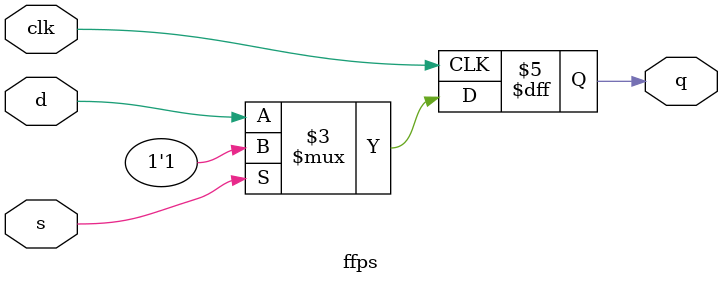
<source format=v>
module ffps(clk,q,d,s);
input clk,d,s;
output q;
reg q;

always @(posedge clk)
    begin
        if(s)
            q<=1'b1;
        else
            q<=d;
    end
endmodule

</source>
